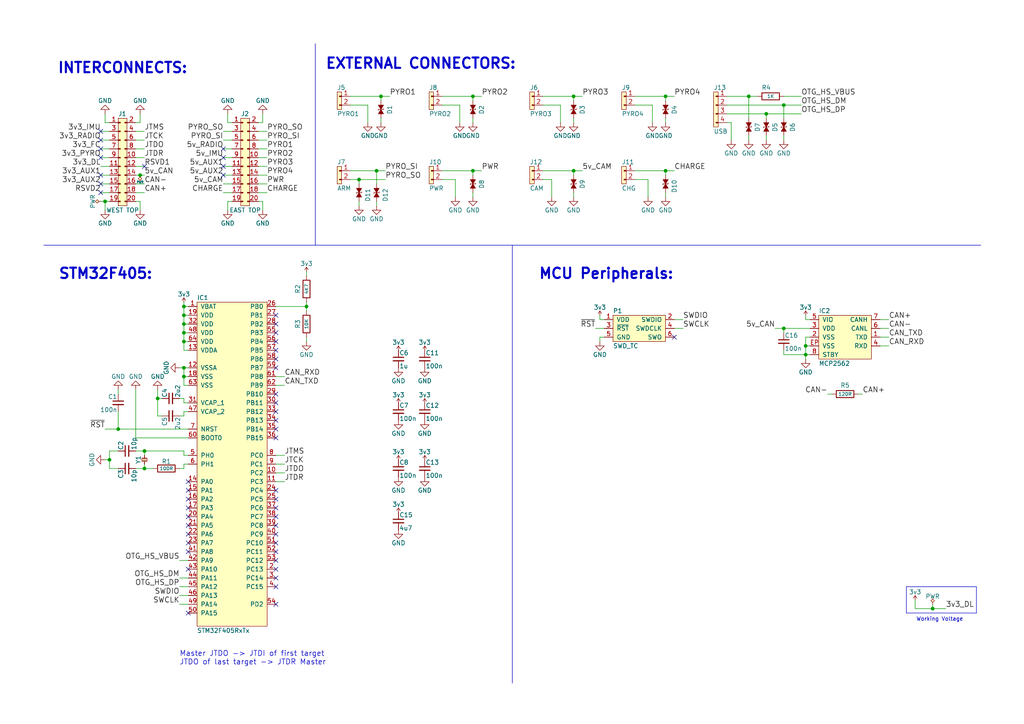
<source format=kicad_sch>
(kicad_sch (version 20230121) (generator eeschema)
  (paper "A4")
  (title_block (title "Martlet 3 Base") (date "2016-06-11") (rev "1") (company "Cambrudge University Space Flight") (comment 1 "Matt Coates"))
  (lib_symbols
    (symbol "base-rescue:3v3" (power) (pin_numbers hide) (pin_names (offset 1.016) hide)
      (property "Value" "3v3" (at 0 2.286 0))
      (symbol "3v3_1_1"
        (pin power_in line (at 0 0 180) (length 0) hide (name "3v3") (number "1"))
      )
    )
    (symbol "base-rescue:CONN_01x02" (pin_names (offset 0.0254) hide)
      (property "Reference" "J" (at -1.27 2.54 0))
      (property "Value" "CONN_01x02" (at -1.27 -5.08 0))
      (symbol "CONN_01x02_1_1"
        (pin passive line (at 2.54 0 180) (length 2.54) (name "1") (number "1"))
        (pin passive line (at 2.54 -2.54 180) (length 2.54) (name "2") (number "2"))
      )
    )
    (symbol "base-rescue:CONN_01x04" (pin_names (offset 0.0254) hide)
      (property "Reference" "J" (at -1.27 2.54 0))
      (property "Value" "CONN_01x04" (at -1.27 -10.16 0))
      (symbol "CONN_01x04_1_1"
        (pin passive line (at 2.54 0 180) (length 2.54) (name "1") (number "1"))
        (pin passive line (at 2.54 -2.54 180) (length 2.54) (name "2") (number "2"))
        (pin passive line (at 2.54 -5.08 180) (length 2.54) (name "3") (number "3"))
        (pin passive line (at 2.54 -7.62 180) (length 2.54) (name "4") (number "4"))
      )
    )
    (symbol "base-rescue:CONN_02x10" (pin_names (offset 0.0254) hide)
      (property "Reference" "J" (at -2.54 2.54 0))
      (property "Value" "CONN_02x10" (at -2.54 -25.4 0))
      (symbol "CONN_02x10_1_1"
        (pin passive line (at -5.08 0 0) (length 2.54) (name "1") (number "1"))
        (pin passive line (at 2.54 -10.16 180) (length 2.54) (name "10") (number "10"))
        (pin passive line (at -5.08 -12.7 0) (length 2.54) (name "11") (number "11"))
        (pin passive line (at 2.54 -12.7 180) (length 2.54) (name "12") (number "12"))
        (pin passive line (at -5.08 -15.24 0) (length 2.54) (name "13") (number "13"))
        (pin passive line (at 2.54 -15.24 180) (length 2.54) (name "14") (number "14"))
        (pin passive line (at -5.08 -17.78 0) (length 2.54) (name "15") (number "15"))
        (pin passive line (at 2.54 -17.78 180) (length 2.54) (name "16") (number "16"))
        (pin passive line (at -5.08 -20.32 0) (length 2.54) (name "17") (number "17"))
        (pin passive line (at 2.54 -20.32 180) (length 2.54) (name "18") (number "18"))
        (pin passive line (at -5.08 -22.86 0) (length 2.54) (name "19") (number "19"))
        (pin passive line (at 2.54 0 180) (length 2.54) (name "2") (number "2"))
        (pin passive line (at 2.54 -22.86 180) (length 2.54) (name "20") (number "20"))
        (pin passive line (at -5.08 -2.54 0) (length 2.54) (name "3") (number "3"))
        (pin passive line (at 2.54 -2.54 180) (length 2.54) (name "4") (number "4"))
        (pin passive line (at -5.08 -5.08 0) (length 2.54) (name "5") (number "5"))
        (pin passive line (at 2.54 -5.08 180) (length 2.54) (name "6") (number "6"))
        (pin passive line (at -5.08 -7.62 0) (length 2.54) (name "7") (number "7"))
        (pin passive line (at 2.54 -7.62 180) (length 2.54) (name "8") (number "8"))
        (pin passive line (at -5.08 -10.16 0) (length 2.54) (name "9") (number "9"))
      )
    )
    (symbol "base-rescue:C_Small" (pin_numbers hide) (pin_names (offset 0.254) hide)
      (property "Reference" "C" (at 0.254 1.778 0))
      (property "Value" "C_Small" (at 0.254 -2.032 0))
      (symbol "C_Small_1_1"
        (pin passive line (at 0 2.54 270) (length 1.905) (name "~") (number "1"))
        (pin passive line (at 0 -2.54 90) (length 2.032) (name "~") (number "2"))
      )
    )
    (symbol "base-rescue:ESD_DIODE" (pin_numbers hide) (pin_names (offset 0) hide)
      (property "Reference" "D" (at -1.27 2.54 0))
      (symbol "ESD_DIODE_1_1"
        (pin passive line (at -2.54 0 0) (length 1.27) (name "1") (number "1"))
        (pin passive line (at 2.54 0 180) (length 1.27) (name "2") (number "2"))
      )
    )
    (symbol "base-rescue:GND" (power) (pin_names (offset 0))
      (property "Value" "GND" (at 0 -3.81 0))
      (symbol "GND_1_1"
        (pin power_in line (at 0 0 270) (length 0) hide (name "GND") (number "1"))
      )
    )
    (symbol "base-rescue:MCP2562" (pin_names (offset 1.016))
      (property "Reference" "IC" (at -7.62 7.62 0))
      (property "Value" "MCP2562" (at -7.62 -7.62 0))
      (symbol "MCP2562_0_0"
        (pin input line (at 10.16 0 180) (length 2.54) (name "TXD") (number "1"))
        (pin power_in line (at -10.16 0 0) (length 2.54) (name "VSS") (number "2"))
        (pin power_in line (at -10.16 2.54 0) (length 2.54) (name "VDD") (number "3"))
        (pin output line (at 10.16 -2.54 180) (length 2.54) (name "RXD") (number "4"))
        (pin power_in line (at -10.16 5.08 0) (length 2.54) (name "VIO") (number "5"))
        (pin tri_state line (at 10.16 2.54 180) (length 2.54) (name "CANL") (number "6"))
        (pin tri_state line (at 10.16 5.08 180) (length 2.54) (name "CANH") (number "7"))
        (pin input line (at -10.16 -5.08 0) (length 2.54) (name "STBY") (number "8"))
        (pin power_in line (at -10.16 -2.54 0) (length 2.54) (name "VSS") (number "EP"))
      )
    )
    (symbol "base-rescue:PWR" (power) (pin_numbers hide) (pin_names (offset 1.016) hide)
      (property "Value" "PWR" (at 0 2.286 0))
      (symbol "PWR_1_1"
        (pin power_out line (at 0 0 90) (length 0.508) (name "pwr") (number "1"))
      )
    )
    (symbol "base-rescue:R" (pin_numbers hide) (pin_names (offset 0))
      (property "Reference" "R" (at 2.032 0 90))
      (property "Value" "R" (at 0 0 90))
      (symbol "R_1_1"
        (pin passive line (at 0 3.81 270) (length 1.27) (name "~") (number "1"))
        (pin passive line (at 0 -3.81 90) (length 1.27) (name "~") (number "2"))
      )
    )
    (symbol "base-rescue:STM32F405RxTx" (pin_names (offset 1.016))
      (property "Reference" "IC" (at -10.16 48.26 0))
      (property "Value" "STM32F405RxTx" (at -10.16 -48.26 0))
      (symbol "STM32F405RxTx_0_0"
        (pin power_in line (at -12.7 45.72 0) (length 2.54) (name "VBAT") (number "1"))
        (pin bidirectional line (at 12.7 -2.54 180) (length 2.54) (name "PC2") (number "10"))
        (pin bidirectional line (at 12.7 -5.08 180) (length 2.54) (name "PC3") (number "11"))
        (pin power_in line (at -12.7 27.94 0) (length 2.54) (name "VSSA") (number "12"))
        (pin power_in line (at -12.7 33.02 0) (length 2.54) (name "VDDA") (number "13"))
        (pin bidirectional line (at -12.7 -5.08 0) (length 2.54) (name "PA0") (number "14"))
        (pin bidirectional line (at -12.7 -7.62 0) (length 2.54) (name "PA1") (number "15"))
        (pin bidirectional line (at -12.7 -10.16 0) (length 2.54) (name "PA2") (number "16"))
        (pin bidirectional line (at -12.7 -12.7 0) (length 2.54) (name "PA3") (number "17"))
        (pin power_in line (at -12.7 25.4 0) (length 2.54) (name "VSS") (number "18"))
        (pin power_in line (at -12.7 43.18 0) (length 2.54) (name "VDD") (number "19"))
        (pin bidirectional line (at 12.7 -30.48 180) (length 2.54) (name "PC13") (number "2"))
        (pin bidirectional line (at -12.7 -15.24 0) (length 2.54) (name "PA4") (number "20"))
        (pin bidirectional line (at -12.7 -17.78 0) (length 2.54) (name "PA5") (number "21"))
        (pin bidirectional line (at -12.7 -20.32 0) (length 2.54) (name "PA6") (number "22"))
        (pin bidirectional line (at -12.7 -22.86 0) (length 2.54) (name "PA7") (number "23"))
        (pin bidirectional line (at 12.7 -7.62 180) (length 2.54) (name "PC4") (number "24"))
        (pin bidirectional line (at 12.7 -10.16 180) (length 2.54) (name "PC5") (number "25"))
        (pin bidirectional line (at 12.7 45.72 180) (length 2.54) (name "PB0") (number "26"))
        (pin bidirectional line (at 12.7 43.18 180) (length 2.54) (name "PB1") (number "27"))
        (pin bidirectional line (at 12.7 40.64 180) (length 2.54) (name "PB2") (number "28"))
        (pin bidirectional line (at 12.7 20.32 180) (length 2.54) (name "PB10") (number "29"))
        (pin bidirectional line (at 12.7 -33.02 180) (length 2.54) (name "PC14") (number "3"))
        (pin bidirectional line (at 12.7 17.78 180) (length 2.54) (name "PB11") (number "30"))
        (pin passive line (at -12.7 17.78 0) (length 2.54) (name "VCAP_1") (number "31"))
        (pin power_in line (at -12.7 40.64 0) (length 2.54) (name "VDD") (number "32"))
        (pin bidirectional line (at 12.7 15.24 180) (length 2.54) (name "PB12") (number "33"))
        (pin bidirectional line (at 12.7 12.7 180) (length 2.54) (name "PB13") (number "34"))
        (pin bidirectional line (at 12.7 10.16 180) (length 2.54) (name "PB14") (number "35"))
        (pin bidirectional line (at 12.7 7.62 180) (length 2.54) (name "PB15") (number "36"))
        (pin bidirectional line (at 12.7 -12.7 180) (length 2.54) (name "PC6") (number "37"))
        (pin bidirectional line (at 12.7 -15.24 180) (length 2.54) (name "PC7") (number "38"))
        (pin bidirectional line (at 12.7 -17.78 180) (length 2.54) (name "PC8") (number "39"))
        (pin bidirectional line (at 12.7 -35.56 180) (length 2.54) (name "PC15") (number "4"))
        (pin bidirectional line (at 12.7 -20.32 180) (length 2.54) (name "PC9") (number "40"))
        (pin bidirectional line (at -12.7 -25.4 0) (length 2.54) (name "PA8") (number "41"))
        (pin bidirectional line (at -12.7 -27.94 0) (length 2.54) (name "PA9") (number "42"))
        (pin bidirectional line (at -12.7 -30.48 0) (length 2.54) (name "PA10") (number "43"))
        (pin bidirectional line (at -12.7 -33.02 0) (length 2.54) (name "PA11") (number "44"))
        (pin bidirectional line (at -12.7 -35.56 0) (length 2.54) (name "PA12") (number "45"))
        (pin bidirectional line (at -12.7 -38.1 0) (length 2.54) (name "PA13") (number "46"))
        (pin passive line (at -12.7 15.24 0) (length 2.54) (name "VCAP_2") (number "47"))
        (pin power_in line (at -12.7 38.1 0) (length 2.54) (name "VDD") (number "48"))
        (pin bidirectional line (at -12.7 -40.64 0) (length 2.54) (name "PA14") (number "49"))
        (pin bidirectional line (at -12.7 2.54 0) (length 2.54) (name "PH0") (number "5"))
        (pin bidirectional line (at -12.7 -43.18 0) (length 2.54) (name "PA15") (number "50"))
        (pin bidirectional line (at 12.7 -22.86 180) (length 2.54) (name "PC10") (number "51"))
        (pin bidirectional line (at 12.7 -25.4 180) (length 2.54) (name "PC11") (number "52"))
        (pin bidirectional line (at 12.7 -27.94 180) (length 2.54) (name "PC12") (number "53"))
        (pin bidirectional line (at 12.7 -40.64 180) (length 2.54) (name "PD2") (number "54"))
        (pin bidirectional line (at 12.7 38.1 180) (length 2.54) (name "PB3") (number "55"))
        (pin bidirectional line (at 12.7 35.56 180) (length 2.54) (name "PB4") (number "56"))
        (pin bidirectional line (at 12.7 33.02 180) (length 2.54) (name "PB5") (number "57"))
        (pin bidirectional line (at 12.7 30.48 180) (length 2.54) (name "PB6") (number "58"))
        (pin bidirectional line (at 12.7 27.94 180) (length 2.54) (name "PB7") (number "59"))
        (pin bidirectional line (at -12.7 0 0) (length 2.54) (name "PH1") (number "6"))
        (pin input line (at -12.7 7.62 0) (length 2.54) (name "BOOT0") (number "60"))
        (pin bidirectional line (at 12.7 25.4 180) (length 2.54) (name "PB8") (number "61"))
        (pin bidirectional line (at 12.7 22.86 180) (length 2.54) (name "PB9") (number "62"))
        (pin power_in line (at -12.7 22.86 0) (length 2.54) (name "VSS") (number "63"))
        (pin power_in line (at -12.7 35.56 0) (length 2.54) (name "VDD") (number "64"))
        (pin input line (at -12.7 10.16 0) (length 2.54) (name "NRST") (number "7"))
        (pin bidirectional line (at 12.7 2.54 180) (length 2.54) (name "PC0") (number "8"))
        (pin bidirectional line (at 12.7 0 180) (length 2.54) (name "PC1") (number "9"))
      )
    )
    (symbol "base-rescue:SWD_TC" (pin_names (offset 1.016))
      (property "Reference" "P" (at -7.62 5.08 0))
      (property "Value" "SWD_TC" (at -7.62 -5.08 0))
      (symbol "SWD_TC_1_1"
        (pin power_in line (at -10.16 2.54 0) (length 2.54) (name "VDD") (number "1"))
        (pin bidirectional line (at 10.16 2.54 180) (length 2.54) (name "SWDIO") (number "2"))
        (pin output line (at -10.16 0 0) (length 2.54) (name "~{RST}") (number "3"))
        (pin output line (at 10.16 0 180) (length 2.54) (name "SWDCLK") (number "4"))
        (pin power_in line (at -10.16 -2.54 0) (length 2.54) (name "GND") (number "5"))
        (pin input line (at 10.16 -2.54 180) (length 2.54) (name "SWO") (number "6"))
      )
    )
    (symbol "base-rescue:XTAL" (pin_numbers hide) (pin_names (offset 1.016) hide)
      (property "Reference" "Y" (at 1.27 1.778 0))
      (property "Value" "XTAL" (at 1.27 -1.778 0))
      (symbol "XTAL_1_1"
        (pin passive line (at 0 0 0) (length 0.762) (name "~") (number "1"))
        (pin passive line (at 2.54 0 180) (length 0.762) (name "~") (number "2"))
      )
    )
  )
  (junction (at 40.64 50.8))
  (junction (at 227.33 30.48))
  (junction (at 53.34 99.06))
  (junction (at 30.48 58.42))
  (junction (at 53.34 106.68))
  (junction (at 34.29 124.46))
  (junction (at 45.72 115.57))
  (junction (at 53.34 93.98))
  (junction (at 233.68 100.33))
  (junction (at 166.37 49.53))
  (junction (at 227.33 95.25))
  (junction (at 104.14 52.07))
  (junction (at 53.34 88.9))
  (junction (at 31.75 133.35))
  (junction (at 137.16 49.53))
  (junction (at 53.34 91.44))
  (junction (at 137.16 27.94))
  (junction (at 110.49 27.94))
  (junction (at 222.25 33.02))
  (junction (at 88.9 88.9))
  (junction (at 41.91 130.81))
  (junction (at 193.04 27.94))
  (junction (at 53.34 109.22))
  (junction (at 166.37 27.94))
  (junction (at 217.17 27.94))
  (junction (at 270.51 176.53))
  (junction (at 233.68 102.87))
  (junction (at 53.34 96.52))
  (junction (at 109.22 49.53))
  (junction (at 41.91 135.89))
  (junction (at 193.04 49.53))
  (no_connect (at 80.01 121.92))
  (no_connect (at 80.01 96.52))
  (no_connect (at 29.21 53.34))
  (no_connect (at 29.21 40.64))
  (no_connect (at 80.01 116.84))
  (no_connect (at 80.01 142.24))
  (no_connect (at 54.61 152.4))
  (no_connect (at 80.01 149.86))
  (no_connect (at 64.77 50.8))
  (no_connect (at 80.01 165.1))
  (no_connect (at 80.01 147.32))
  (no_connect (at 80.01 106.68))
  (no_connect (at 80.01 175.26))
  (no_connect (at 41.91 48.26))
  (no_connect (at 29.21 38.1))
  (no_connect (at 80.01 119.38))
  (no_connect (at 80.01 162.56))
  (no_connect (at 64.77 43.18))
  (no_connect (at 80.01 160.02))
  (no_connect (at 54.61 142.24))
  (no_connect (at 54.61 177.8))
  (no_connect (at 80.01 124.46))
  (no_connect (at 64.77 48.26))
  (no_connect (at 54.61 147.32))
  (no_connect (at 29.21 50.8))
  (no_connect (at 80.01 127))
  (no_connect (at 80.01 104.14))
  (no_connect (at 54.61 154.94))
  (no_connect (at 80.01 114.3))
  (no_connect (at 54.61 165.1))
  (no_connect (at 54.61 144.78))
  (no_connect (at 29.21 45.72))
  (no_connect (at 80.01 144.78))
  (no_connect (at 80.01 154.94))
  (no_connect (at 54.61 139.7))
  (no_connect (at 64.77 45.72))
  (no_connect (at 80.01 91.44))
  (no_connect (at 80.01 170.18))
  (no_connect (at 195.58 97.79))
  (no_connect (at 80.01 101.6))
  (no_connect (at 80.01 152.4))
  (no_connect (at 80.01 167.64))
  (no_connect (at 80.01 157.48))
  (no_connect (at 29.21 55.88))
  (no_connect (at 80.01 93.98))
  (no_connect (at 29.21 43.18))
  (no_connect (at 80.01 99.06))
  (no_connect (at 54.61 160.02))
  (no_connect (at 54.61 157.48))
  (no_connect (at 54.61 149.86))
  (wire (pts (xy 54.61 96.52) (xy 53.34 96.52)))
  (wire (pts (xy 133.35 30.48) (xy 128.27 30.48)))
  (wire (pts (xy 232.41 27.94) (xy 227.33 27.94)))
  (wire (pts (xy 255.27 92.71) (xy 257.81 92.71)))
  (polyline (pts (xy 12.7 71.12) (xy 284.48 71.12)))
  (wire (pts (xy 54.61 172.72) (xy 52.07 172.72)))
  (wire (pts (xy 76.2 35.56) (xy 74.93 35.56)))
  (wire (pts (xy 193.04 49.53) (xy 195.58 49.53)))
  (wire (pts (xy 40.64 50.8) (xy 41.91 50.8)))
  (wire (pts (xy 160.02 52.07) (xy 160.02 57.15)))
  (wire (pts (xy 80.01 109.22) (xy 82.55 109.22)))
  (wire (pts (xy 128.27 27.94) (xy 137.16 27.94)))
  (wire (pts (xy 31.75 130.81) (xy 31.75 133.35)))
  (wire (pts (xy 109.22 59.69) (xy 109.22 58.42)))
  (wire (pts (xy 31.75 133.35) (xy 31.75 135.89)))
  (wire (pts (xy 222.25 39.37) (xy 222.25 40.64)))
  (wire (pts (xy 53.34 101.6) (xy 53.34 99.06)))
  (wire (pts (xy 270.51 175.26) (xy 270.51 176.53)))
  (wire (pts (xy 66.04 58.42) (xy 66.04 60.96)))
  (wire (pts (xy 30.48 33.02) (xy 30.48 35.56)))
  (wire (pts (xy 137.16 27.94) (xy 139.7 27.94)))
  (wire (pts (xy 39.37 45.72) (xy 41.91 45.72)))
  (wire (pts (xy 54.61 93.98) (xy 53.34 93.98)))
  (wire (pts (xy 233.68 92.71) (xy 233.68 91.44)))
  (wire (pts (xy 166.37 27.94) (xy 168.91 27.94)))
  (wire (pts (xy 217.17 27.94) (xy 219.71 27.94)))
  (wire (pts (xy 110.49 27.94) (xy 113.03 27.94)))
  (polyline (pts (xy 283.21 170.18) (xy 262.89 170.18)))
  (wire (pts (xy 109.22 53.34) (xy 109.22 49.53)))
  (wire (pts (xy 227.33 34.29) (xy 227.33 30.48)))
  (wire (pts (xy 255.27 95.25) (xy 257.81 95.25)))
  (wire (pts (xy 234.95 92.71) (xy 233.68 92.71)))
  (wire (pts (xy 162.56 30.48) (xy 162.56 35.56)))
  (wire (pts (xy 137.16 35.56) (xy 137.16 34.29)))
  (wire (pts (xy 41.91 134.62) (xy 41.91 135.89)))
  (wire (pts (xy 217.17 39.37) (xy 217.17 40.64)))
  (wire (pts (xy 193.04 27.94) (xy 195.58 27.94)))
  (polyline (pts (xy 148.59 71.12) (xy 148.59 198.12)))
  (wire (pts (xy 184.15 27.94) (xy 193.04 27.94)))
  (wire (pts (xy 166.37 57.15) (xy 166.37 55.88)))
  (wire (pts (xy 40.64 35.56) (xy 39.37 35.56)))
  (wire (pts (xy 30.48 58.42) (xy 31.75 58.42)))
  (wire (pts (xy 74.93 48.26) (xy 77.47 48.26)))
  (wire (pts (xy 166.37 29.21) (xy 166.37 27.94)))
  (wire (pts (xy 39.37 53.34) (xy 41.91 53.34)))
  (wire (pts (xy 137.16 57.15) (xy 137.16 55.88)))
  (wire (pts (xy 53.34 130.81) (xy 53.34 132.08)))
  (polyline (pts (xy 262.89 177.8) (xy 283.21 177.8)))
  (wire (pts (xy 224.79 95.25) (xy 227.33 95.25)))
  (wire (pts (xy 67.31 53.34) (xy 64.77 53.34)))
  (wire (pts (xy 39.37 55.88) (xy 41.91 55.88)))
  (wire (pts (xy 77.47 53.34) (xy 74.93 53.34)))
  (wire (pts (xy 157.48 49.53) (xy 166.37 49.53)))
  (wire (pts (xy 54.61 99.06) (xy 53.34 99.06)))
  (wire (pts (xy 184.15 52.07) (xy 187.96 52.07)))
  (wire (pts (xy 53.34 106.68) (xy 54.61 106.68)))
  (wire (pts (xy 54.61 119.38) (xy 53.34 119.38)))
  (wire (pts (xy 31.75 130.81) (xy 34.29 130.81)))
  (wire (pts (xy 189.23 30.48) (xy 189.23 35.56)))
  (wire (pts (xy 53.34 115.57) (xy 52.07 115.57)))
  (wire (pts (xy 29.21 53.34) (xy 31.75 53.34)))
  (wire (pts (xy 137.16 50.8) (xy 137.16 49.53)))
  (wire (pts (xy 101.6 27.94) (xy 110.49 27.94)))
  (wire (pts (xy 39.37 38.1) (xy 41.91 38.1)))
  (wire (pts (xy 132.08 57.15) (xy 132.08 52.07)))
  (wire (pts (xy 210.82 27.94) (xy 217.17 27.94)))
  (wire (pts (xy 54.61 170.18) (xy 52.07 170.18)))
  (wire (pts (xy 31.75 55.88) (xy 29.21 55.88)))
  (wire (pts (xy 74.93 38.1) (xy 77.47 38.1)))
  (wire (pts (xy 39.37 50.8) (xy 40.64 50.8)))
  (wire (pts (xy 53.34 109.22) (xy 53.34 106.68)))
  (wire (pts (xy 132.08 52.07) (xy 128.27 52.07)))
  (wire (pts (xy 76.2 58.42) (xy 76.2 60.96)))
  (wire (pts (xy 76.2 33.02) (xy 76.2 35.56)))
  (wire (pts (xy 227.33 39.37) (xy 227.33 40.64)))
  (wire (pts (xy 64.77 40.64) (xy 67.31 40.64)))
  (wire (pts (xy 39.37 43.18) (xy 41.91 43.18)))
  (wire (pts (xy 53.34 93.98) (xy 53.34 91.44)))
  (wire (pts (xy 173.99 97.79) (xy 173.99 99.06)))
  (wire (pts (xy 45.72 115.57) (xy 46.99 115.57)))
  (wire (pts (xy 52.07 135.89) (xy 53.34 135.89)))
  (wire (pts (xy 128.27 49.53) (xy 137.16 49.53)))
  (wire (pts (xy 234.95 97.79) (xy 233.68 97.79)))
  (wire (pts (xy 173.99 97.79) (xy 175.26 97.79)))
  (wire (pts (xy 101.6 49.53) (xy 109.22 49.53)))
  (wire (pts (xy 210.82 30.48) (xy 227.33 30.48)))
  (wire (pts (xy 53.34 99.06) (xy 53.34 96.52)))
  (wire (pts (xy 255.27 97.79) (xy 257.81 97.79)))
  (wire (pts (xy 31.75 133.35) (xy 30.48 133.35)))
  (wire (pts (xy 137.16 29.21) (xy 137.16 27.94)))
  (wire (pts (xy 74.93 50.8) (xy 77.47 50.8)))
  (wire (pts (xy 30.48 35.56) (xy 31.75 35.56)))
  (wire (pts (xy 30.48 58.42) (xy 30.48 60.96)))
  (wire (pts (xy 54.61 91.44) (xy 53.34 91.44)))
  (wire (pts (xy 77.47 40.64) (xy 74.93 40.64)))
  (wire (pts (xy 39.37 127) (xy 54.61 127)))
  (wire (pts (xy 187.96 52.07) (xy 187.96 57.15)))
  (wire (pts (xy 39.37 135.89) (xy 41.91 135.89)))
  (wire (pts (xy 227.33 95.25) (xy 234.95 95.25)))
  (wire (pts (xy 270.51 176.53) (xy 274.32 176.53)))
  (wire (pts (xy 54.61 167.64) (xy 52.07 167.64)))
  (wire (pts (xy 54.61 111.76) (xy 53.34 111.76)))
  (wire (pts (xy 31.75 43.18) (xy 29.21 43.18)))
  (wire (pts (xy 166.37 35.56) (xy 166.37 34.29)))
  (wire (pts (xy 34.29 124.46) (xy 54.61 124.46)))
  (wire (pts (xy 39.37 130.81) (xy 41.91 130.81)))
  (wire (pts (xy 88.9 99.06) (xy 88.9 97.79)))
  (wire (pts (xy 39.37 40.64) (xy 41.91 40.64)))
  (wire (pts (xy 34.29 114.3) (xy 34.29 113.03)))
  (wire (pts (xy 54.61 116.84) (xy 53.34 116.84)))
  (wire (pts (xy 255.27 100.33) (xy 257.81 100.33)))
  (wire (pts (xy 80.01 132.08) (xy 82.55 132.08)))
  (wire (pts (xy 104.14 52.07) (xy 111.76 52.07)))
  (wire (pts (xy 80.01 134.62) (xy 82.55 134.62)))
  (wire (pts (xy 31.75 45.72) (xy 29.21 45.72)))
  (wire (pts (xy 233.68 97.79) (xy 233.68 100.33)))
  (wire (pts (xy 45.72 115.57) (xy 45.72 120.65)))
  (wire (pts (xy 222.25 33.02) (xy 232.41 33.02)))
  (wire (pts (xy 88.9 78.74) (xy 88.9 80.01)))
  (wire (pts (xy 110.49 35.56) (xy 110.49 34.29)))
  (wire (pts (xy 45.72 113.03) (xy 45.72 115.57)))
  (wire (pts (xy 217.17 27.94) (xy 217.17 34.29)))
  (wire (pts (xy 53.34 111.76) (xy 53.34 109.22)))
  (wire (pts (xy 29.21 58.42) (xy 30.48 58.42)))
  (wire (pts (xy 248.92 114.3) (xy 250.19 114.3)))
  (wire (pts (xy 233.68 102.87) (xy 234.95 102.87)))
  (wire (pts (xy 222.25 34.29) (xy 222.25 33.02)))
  (wire (pts (xy 80.01 139.7) (xy 82.55 139.7)))
  (wire (pts (xy 67.31 48.26) (xy 64.77 48.26)))
  (wire (pts (xy 40.64 58.42) (xy 40.64 60.96)))
  (wire (pts (xy 106.68 30.48) (xy 101.6 30.48)))
  (wire (pts (xy 31.75 50.8) (xy 29.21 50.8)))
  (wire (pts (xy 53.34 132.08) (xy 54.61 132.08)))
  (wire (pts (xy 31.75 48.26) (xy 29.21 48.26)))
  (wire (pts (xy 241.3 114.3) (xy 240.03 114.3)))
  (wire (pts (xy 67.31 58.42) (xy 66.04 58.42)))
  (wire (pts (xy 193.04 50.8) (xy 193.04 49.53)))
  (polyline (pts (xy 283.21 177.8) (xy 283.21 170.18)))
  (wire (pts (xy 110.49 29.21) (xy 110.49 27.94)))
  (wire (pts (xy 265.43 176.53) (xy 270.51 176.53)))
  (wire (pts (xy 31.75 38.1) (xy 29.21 38.1)))
  (wire (pts (xy 74.93 55.88) (xy 77.47 55.88)))
  (wire (pts (xy 77.47 45.72) (xy 74.93 45.72)))
  (wire (pts (xy 74.93 58.42) (xy 76.2 58.42)))
  (wire (pts (xy 227.33 30.48) (xy 232.41 30.48)))
  (wire (pts (xy 175.26 95.25) (xy 172.72 95.25)))
  (wire (pts (xy 195.58 95.25) (xy 198.12 95.25)))
  (wire (pts (xy 195.58 92.71) (xy 198.12 92.71)))
  (wire (pts (xy 53.34 88.9) (xy 54.61 88.9)))
  (wire (pts (xy 104.14 59.69) (xy 104.14 58.42)))
  (wire (pts (xy 265.43 173.99) (xy 265.43 176.53)))
  (wire (pts (xy 67.31 38.1) (xy 64.77 38.1)))
  (wire (pts (xy 166.37 50.8) (xy 166.37 49.53)))
  (wire (pts (xy 53.34 134.62) (xy 54.61 134.62)))
  (wire (pts (xy 53.34 91.44) (xy 53.34 88.9)))
  (wire (pts (xy 193.04 57.15) (xy 193.04 55.88)))
  (wire (pts (xy 52.07 106.68) (xy 53.34 106.68)))
  (wire (pts (xy 173.99 92.71) (xy 175.26 92.71)))
  (wire (pts (xy 233.68 100.33) (xy 233.68 102.87)))
  (wire (pts (xy 31.75 135.89) (xy 34.29 135.89)))
  (wire (pts (xy 74.93 43.18) (xy 77.47 43.18)))
  (wire (pts (xy 41.91 130.81) (xy 53.34 130.81)))
  (wire (pts (xy 39.37 48.26) (xy 41.91 48.26)))
  (wire (pts (xy 104.14 53.34) (xy 104.14 52.07)))
  (wire (pts (xy 106.68 30.48) (xy 106.68 35.56)))
  (wire (pts (xy 53.34 88.9) (xy 53.34 87.63)))
  (wire (pts (xy 133.35 30.48) (xy 133.35 35.56)))
  (wire (pts (xy 101.6 52.07) (xy 104.14 52.07)))
  (polyline (pts (xy 91.44 71.12) (xy 91.44 12.7)))
  (wire (pts (xy 80.01 111.76) (xy 82.55 111.76)))
  (wire (pts (xy 53.34 135.89) (xy 53.34 134.62)))
  (wire (pts (xy 212.09 35.56) (xy 212.09 40.64)))
  (wire (pts (xy 40.64 33.02) (xy 40.64 35.56)))
  (wire (pts (xy 210.82 35.56) (xy 212.09 35.56)))
  (wire (pts (xy 157.48 30.48) (xy 162.56 30.48)))
  (wire (pts (xy 45.72 120.65) (xy 46.99 120.65)))
  (wire (pts (xy 210.82 33.02) (xy 222.25 33.02)))
  (wire (pts (xy 184.15 30.48) (xy 189.23 30.48)))
  (wire (pts (xy 64.77 50.8) (xy 67.31 50.8)))
  (wire (pts (xy 53.34 119.38) (xy 53.34 120.65)))
  (wire (pts (xy 41.91 130.81) (xy 41.91 132.08)))
  (wire (pts (xy 64.77 55.88) (xy 67.31 55.88)))
  (wire (pts (xy 66.04 35.56) (xy 67.31 35.56)))
  (wire (pts (xy 31.75 40.64) (xy 29.21 40.64)))
  (wire (pts (xy 30.48 124.46) (xy 34.29 124.46)))
  (wire (pts (xy 53.34 116.84) (xy 53.34 115.57)))
  (wire (pts (xy 41.91 135.89) (xy 44.45 135.89)))
  (wire (pts (xy 54.61 175.26) (xy 52.07 175.26)))
  (wire (pts (xy 54.61 162.56) (xy 52.07 162.56)))
  (wire (pts (xy 88.9 90.17) (xy 88.9 88.9)))
  (wire (pts (xy 137.16 49.53) (xy 139.7 49.53)))
  (wire (pts (xy 53.34 96.52) (xy 53.34 93.98)))
  (wire (pts (xy 80.01 88.9) (xy 88.9 88.9)))
  (wire (pts (xy 157.48 27.94) (xy 166.37 27.94)))
  (wire (pts (xy 88.9 88.9) (xy 88.9 87.63)))
  (wire (pts (xy 227.33 95.25) (xy 227.33 96.52)))
  (wire (pts (xy 64.77 45.72) (xy 67.31 45.72)))
  (wire (pts (xy 67.31 43.18) (xy 64.77 43.18)))
  (wire (pts (xy 54.61 101.6) (xy 53.34 101.6)))
  (wire (pts (xy 166.37 49.53) (xy 168.91 49.53)))
  (wire (pts (xy 193.04 35.56) (xy 193.04 34.29)))
  (wire (pts (xy 39.37 58.42) (xy 40.64 58.42)))
  (wire (pts (xy 109.22 49.53) (xy 111.76 49.53)))
  (wire (pts (xy 234.95 100.33) (xy 233.68 100.33)))
  (wire (pts (xy 184.15 49.53) (xy 193.04 49.53)))
  (wire (pts (xy 54.61 109.22) (xy 53.34 109.22)))
  (wire (pts (xy 39.37 113.03) (xy 39.37 127)))
  (wire (pts (xy 80.01 137.16) (xy 82.55 137.16)))
  (wire (pts (xy 227.33 101.6) (xy 227.33 102.87)))
  (wire (pts (xy 157.48 52.07) (xy 160.02 52.07)))
  (wire (pts (xy 193.04 29.21) (xy 193.04 27.94)))
  (wire (pts (xy 233.68 102.87) (xy 233.68 104.14)))
  (wire (pts (xy 53.34 120.65) (xy 52.07 120.65)))
  (wire (pts (xy 66.04 33.02) (xy 66.04 35.56)))
  (wire (pts (xy 227.33 102.87) (xy 233.68 102.87)))
  (wire (pts (xy 173.99 91.44) (xy 173.99 92.71)))
  (wire (pts (xy 34.29 124.46) (xy 34.29 119.38)))
  (polyline (pts (xy 262.89 170.18) (xy 262.89 177.8)))
  (text "STM32F405:" (at 44.45 81.28 0) (effects (font (size 2.9972 2.9972) (thickness 0.5994) bold) (justify right bottom)))
  (text "INTERCONNECTS:" (at 54.61 21.59 0) (effects (font (size 2.9972 2.9972) (thickness 0.5994) bold) (justify right bottom)))
  (text "MCU Peripherals:" (at 195.58 81.28 0) (effects (font (size 2.9972 2.9972) (thickness 0.5994) bold) (justify right bottom)))
  (text "EXTERNAL CONNECTORS:" (at 149.86 20.32 0) (effects (font (size 2.9972 2.9972) (thickness 0.5994) bold) (justify right bottom)))
  (text "Master JTDO -> JTDI of first target\nJTDO of last target -> JTDR Master" (at 52.07 193.04 0) (effects (font (size 1.524 1.524)) (justify left bottom)))
  (text "Working Voltage" (at 279.4 180.34 0) (effects (font (size 1.1176 1.1176)) (justify right bottom)))
  (label "SWCLK" (at 52.07 175.26 180) (effects (font (size 1.524 1.524))))
  (label "5v_RADIO" (at 64.77 43.18 180) (effects (font (size 1.524 1.524))))
  (label "5v_AUX2" (at 64.77 50.8 180) (effects (font (size 1.524 1.524))))
  (label "CHARGE" (at 64.77 55.88 180) (effects (font (size 1.524 1.524))))
  (label "3v3_PYRO" (at 29.21 45.72 180) (effects (font (size 1.524 1.524))))
  (label "CAN-" (at 41.91 53.34 0) (effects (font (size 1.524 1.524))))
  (label "OTG_HS_VBUS" (at 232.41 27.94 0) (effects (font (size 1.524 1.524))))
  (label "JTCK" (at 41.91 40.64 0) (effects (font (size 1.524 1.524))))
  (label "5v_IMU" (at 64.77 45.72 180) (effects (font (size 1.524 1.524))))
  (label "JTDO" (at 82.55 137.16 0) (effects (font (size 1.524 1.524))))
  (label "3v3_FC" (at 29.21 43.18 180) (effects (font (size 1.524 1.524))))
  (label "PYRO_SO" (at 77.47 38.1 0) (effects (font (size 1.524 1.524))))
  (label "3v3_AUX1" (at 29.21 50.8 180) (effects (font (size 1.524 1.524))))
  (label "5v_CAN" (at 224.79 95.25 180) (effects (font (size 1.524 1.524))))
  (label "3v3_IMU" (at 29.21 38.1 180) (effects (font (size 1.524 1.524))))
  (label "PWR" (at 139.7 49.53 0) (effects (font (size 1.524 1.524))))
  (label "PYRO4" (at 77.47 50.8 0) (effects (font (size 1.524 1.524))))
  (label "CAN_RXD" (at 82.55 109.22 0) (effects (font (size 1.524 1.524))))
  (label "JTCK" (at 82.55 134.62 0) (effects (font (size 1.524 1.524))))
  (label "PYRO_SO" (at 64.77 38.1 180) (effects (font (size 1.524 1.524))))
  (label "CAN_TXD" (at 82.55 111.76 0) (effects (font (size 1.524 1.524))))
  (label "SWDIO" (at 52.07 172.72 180) (effects (font (size 1.524 1.524))))
  (label "RSVD2" (at 29.21 55.88 180) (effects (font (size 1.524 1.524))))
  (label "RSVD1" (at 41.91 48.26 0) (effects (font (size 1.524 1.524))))
  (label "SWDIO" (at 198.12 92.71 0) (effects (font (size 1.524 1.524))))
  (label "CAN+" (at 250.19 114.3 0) (effects (font (size 1.524 1.524))))
  (label "JTMS" (at 82.55 132.08 0) (effects (font (size 1.524 1.524))))
  (label "PYRO1" (at 77.47 43.18 0) (effects (font (size 1.524 1.524))))
  (label "OTG_HS_DM" (at 52.07 167.64 180) (effects (font (size 1.524 1.524))))
  (label "OTG_HS_DP" (at 52.07 170.18 180) (effects (font (size 1.524 1.524))))
  (label "3v3_DL" (at 29.21 48.26 180) (effects (font (size 1.524 1.524))))
  (label "PYRO_SO" (at 111.76 52.07 0) (effects (font (size 1.524 1.524))))
  (label "OTG_HS_VBUS" (at 52.07 162.56 180) (effects (font (size 1.524 1.524))))
  (label "PYRO4" (at 195.58 27.94 0) (effects (font (size 1.524 1.524))))
  (label "CHARGE" (at 77.47 55.88 0) (effects (font (size 1.524 1.524))))
  (label "OTG_HS_DM" (at 232.41 30.48 0) (effects (font (size 1.524 1.524))))
  (label "CAN+" (at 257.81 92.71 0) (effects (font (size 1.524 1.524))))
  (label "~{RST}" (at 30.48 124.46 180) (effects (font (size 1.524 1.524))))
  (label "5v_CAM" (at 64.77 53.34 180) (effects (font (size 1.524 1.524))))
  (label "5v_CAM" (at 168.91 49.53 0) (effects (font (size 1.524 1.524))))
  (label "JTDR" (at 82.55 139.7 0) (effects (font (size 1.524 1.524))))
  (label "PWR" (at 77.47 53.34 0) (effects (font (size 1.524 1.524))))
  (label "PYRO1" (at 113.03 27.94 0) (effects (font (size 1.524 1.524))))
  (label "CAN-" (at 257.81 95.25 0) (effects (font (size 1.524 1.524))))
  (label "~{RST}" (at 172.72 95.25 180) (effects (font (size 1.524 1.524))))
  (label "5v_AUX1" (at 64.77 48.26 180) (effects (font (size 1.524 1.524))))
  (label "JTDR" (at 41.91 45.72 0) (effects (font (size 1.524 1.524))))
  (label "PYRO3" (at 168.91 27.94 0) (effects (font (size 1.524 1.524))))
  (label "JTMS" (at 41.91 38.1 0) (effects (font (size 1.524 1.524))))
  (label "3v3_AUX2" (at 29.21 53.34 180) (effects (font (size 1.524 1.524))))
  (label "PYRO2" (at 139.7 27.94 0) (effects (font (size 1.524 1.524))))
  (label "CAN-" (at 240.03 114.3 180) (effects (font (size 1.524 1.524))))
  (label "PYRO_SI" (at 111.76 49.53 0) (effects (font (size 1.524 1.524))))
  (label "CAN+" (at 41.91 55.88 0) (effects (font (size 1.524 1.524))))
  (label "JTDO" (at 41.91 43.18 0) (effects (font (size 1.524 1.524))))
  (label "PYRO3" (at 77.47 48.26 0) (effects (font (size 1.524 1.524))))
  (label "PYRO_SI" (at 77.47 40.64 0) (effects (font (size 1.524 1.524))))
  (label "3v3_RADIO" (at 29.21 40.64 180) (effects (font (size 1.524 1.524))))
  (label "OTG_HS_DP" (at 232.41 33.02 0) (effects (font (size 1.524 1.524))))
  (label "PYRO_SI" (at 64.77 40.64 180) (effects (font (size 1.524 1.524))))
  (label "5v_CAN" (at 41.91 50.8 0) (effects (font (size 1.524 1.524))))
  (label "PYRO2" (at 77.47 45.72 0) (effects (font (size 1.524 1.524))))
  (label "3v3_DL" (at 274.32 176.53 0) (effects (font (size 1.524 1.524))))
  (label "CAN_TXD" (at 257.81 97.79 0) (effects (font (size 1.524 1.524))))
  (label "SWCLK" (at 198.12 95.25 0) (effects (font (size 1.524 1.524))))
  (label "CHARGE" (at 195.58 49.53 0) (effects (font (size 1.524 1.524))))
  (label "CAN_RXD" (at 257.81 100.33 0) (effects (font (size 1.524 1.524))))
  (symbol (lib_id "base-rescue:CONN_02x10") (at 72.39 35.56 0) (unit 1)
    (property "Reference" "J2" (at 69.85 33.02 0) (effects (justify left)))
    (property "Value" "EAST TOP" (at 71.12 60.96 0))
    (property "Footprint" "agg:TFML-110-02-L-D" (effects hide))
  )
  (symbol (lib_id "base-rescue:MCP2562") (at 245.11 97.79 0) (unit 1)
    (property "Reference" "IC2" (at 237.49 90.17 0) (effects (justify left)))
    (property "Value" "MCP2562" (at 237.49 105.41 0) (effects (justify left)))
    (property "Footprint" "agg:DFN-8-EP-MICROCHIP" (effects hide))
    (property "Datasheet" "http://ww1.microchip.com/downloads/en/DeviceDoc/20005167C.pdf" (effects hide))
    (property "Farnell" "2448755" (effects hide))
  )
  (symbol (lib_id "base-rescue:3v3") (at 233.68 91.44 0) (unit 1)
    (property "Reference" "#PWR01" (effects hide))
    (property "Value" "3v3" (at 233.68 89.154 0))
  )
  (symbol (lib_id "base-rescue:SWD_TC") (at 185.42 95.25 0) (unit 1)
    (property "Reference" "P1" (at 177.8 90.17 0) (effects (justify left)))
    (property "Value" "SWD_TC" (at 177.8 100.33 0) (effects (justify left)))
    (property "Footprint" "agg:TC2030-NL" (effects hide))
  )
  (symbol (lib_id "base-rescue:3v3") (at 173.99 91.44 0) (unit 1)
    (property "Reference" "#PWR02" (effects hide))
    (property "Value" "3v3" (at 173.99 89.154 0))
  )
  (symbol (lib_id "base-rescue:CONN_02x10") (at 36.83 35.56 0) (unit 1)
    (property "Reference" "J1" (at 34.29 33.02 0) (effects (justify left)))
    (property "Value" "WEST TOP" (at 35.56 60.96 0))
    (property "Footprint" "agg:TFML-110-02-L-D" (effects hide))
  )
  (symbol (lib_id "base-rescue:GND") (at 76.2 60.96 0) (unit 1)
    (property "Reference" "#PWR03" (effects hide))
    (property "Value" "GND" (at 76.2 64.77 0))
  )
  (symbol (lib_id "base-rescue:GND") (at 66.04 60.96 0) (unit 1)
    (property "Reference" "#PWR04" (effects hide))
    (property "Value" "GND" (at 66.04 64.77 0))
  )
  (symbol (lib_id "base-rescue:GND") (at 40.64 60.96 0) (unit 1)
    (property "Reference" "#PWR05" (effects hide))
    (property "Value" "GND" (at 40.64 64.77 0))
  )
  (symbol (lib_id "base-rescue:GND") (at 30.48 60.96 0) (unit 1)
    (property "Reference" "#PWR06" (effects hide))
    (property "Value" "GND" (at 30.48 64.77 0))
  )
  (symbol (lib_id "base-rescue:GND") (at 30.48 33.02 180) (unit 1)
    (property "Reference" "#PWR07" (effects hide))
    (property "Value" "GND" (at 30.48 29.21 0))
  )
  (symbol (lib_id "base-rescue:GND") (at 40.64 33.02 180) (unit 1)
    (property "Reference" "#PWR08" (effects hide))
    (property "Value" "GND" (at 40.64 29.21 0))
  )
  (symbol (lib_id "base-rescue:GND") (at 66.04 33.02 180) (unit 1)
    (property "Reference" "#PWR09" (effects hide))
    (property "Value" "GND" (at 66.04 29.21 0))
  )
  (symbol (lib_id "base-rescue:GND") (at 76.2 33.02 180) (unit 1)
    (property "Reference" "#PWR010" (effects hide))
    (property "Value" "GND" (at 76.2 29.21 0))
  )
  (symbol (lib_id "base-rescue:GND") (at 173.99 99.06 0) (unit 1)
    (property "Reference" "#PWR011" (effects hide))
    (property "Value" "GND" (at 173.99 102.87 0))
  )
  (symbol (lib_id "base-rescue:C_Small") (at 227.33 99.06 0) (unit 1)
    (property "Reference" "C16" (at 227.584 97.282 0) (effects (justify left)))
    (property "Value" "100n" (at 227.584 101.092 0) (effects (justify left)))
    (property "Footprint" "Capacitors_SMD:C_0603" (effects hide))
    (property "Farnell" "2496834" (effects hide))
  )
  (symbol (lib_id "base-rescue:GND") (at 233.68 104.14 0) (unit 1)
    (property "Reference" "#PWR012" (effects hide))
    (property "Value" "GND" (at 233.68 107.95 0))
  )
  (symbol (lib_id "base-rescue:3v3") (at 265.43 173.99 0) (unit 1)
    (property "Reference" "#PWR013" (effects hide))
    (property "Value" "3v3" (at 265.43 171.704 0))
  )
  (symbol (lib_id "base-rescue:GND") (at 45.72 113.03 180) (unit 1)
    (property "Reference" "#PWR014" (effects hide))
    (property "Value" "GND" (at 45.72 109.22 0))
  )
  (symbol (lib_id "base-rescue:C_Small") (at 49.53 115.57 90) (unit 1)
    (property "Reference" "C4" (at 47.752 115.316 0) (effects (justify left)))
    (property "Value" "2u2" (at 51.562 115.316 0) (effects (justify left)))
    (property "Footprint" "Capacitors_SMD:C_0603" (effects hide))
    (property "Farnell" "1797012" (effects hide))
  )
  (symbol (lib_id "base-rescue:C_Small") (at 49.53 120.65 90) (mirror x) (unit 1)
    (property "Reference" "C5" (at 47.752 120.904 0) (effects (justify left)))
    (property "Value" "2u2" (at 51.562 120.904 0) (effects (justify left)))
    (property "Footprint" "Capacitors_SMD:C_0603" (effects hide))
    (property "Farnell" "1797012" (effects hide))
  )
  (symbol (lib_id "base-rescue:GND") (at 39.37 113.03 180) (unit 1)
    (property "Reference" "#PWR015" (effects hide))
    (property "Value" "GND" (at 39.37 109.22 0))
  )
  (symbol (lib_id "base-rescue:XTAL") (at 41.91 134.62 90) (unit 1)
    (property "Reference" "Y1" (at 40.132 133.35 0))
    (property "Value" "26MHz" (effects hide))
    (property "Footprint" "agg:XTAL-20x16" (effects hide))
    (property "Farnell" "2506952" (effects hide))
  )
  (symbol (lib_id "base-rescue:R") (at 48.26 135.89 90) (unit 1)
    (property "Reference" "R1" (at 48.26 133.858 90))
    (property "Value" "100R" (at 48.26 135.89 90) (effects (font (size 0.9906 0.9906))))
    (property "Footprint" "Resistors_SMD:R_0603" (effects hide))
    (property "Farnell" "2502395" (effects hide))
  )
  (symbol (lib_id "base-rescue:C_Small") (at 36.83 130.81 90) (unit 1)
    (property "Reference" "C2" (at 35.052 130.556 0) (effects (justify left)))
    (property "Value" "10p" (at 38.862 130.556 0) (effects (justify left)))
    (property "Footprint" "Capacitors_SMD:C_0603" (effects hide))
    (property "Farnell" "2309035" (effects hide))
  )
  (symbol (lib_id "base-rescue:C_Small") (at 36.83 135.89 90) (mirror x) (unit 1)
    (property "Reference" "C3" (at 35.052 136.144 0) (effects (justify left)))
    (property "Value" "10p" (at 38.862 136.144 0) (effects (justify left)))
    (property "Footprint" "Capacitors_SMD:C_0603" (effects hide))
    (property "Farnell" "2309035" (effects hide))
  )
  (symbol (lib_id "base-rescue:GND") (at 30.48 133.35 270) (unit 1)
    (property "Reference" "#PWR016" (effects hide))
    (property "Value" "GND" (at 26.67 133.35 0))
  )
  (symbol (lib_id "base-rescue:C_Small") (at 34.29 116.84 0) (mirror y) (unit 1)
    (property "Reference" "C1" (at 34.036 115.062 0) (effects (justify left)))
    (property "Value" "100n" (at 34.036 118.872 0) (effects (justify left)))
    (property "Footprint" "Capacitors_SMD:C_0603" (effects hide))
    (property "Farnell" "2496834" (effects hide))
  )
  (symbol (lib_id "base-rescue:GND") (at 34.29 113.03 180) (unit 1)
    (property "Reference" "#PWR017" (effects hide))
    (property "Value" "GND" (at 34.29 109.22 0))
  )
  (symbol (lib_id "base-rescue:C_Small") (at 115.57 104.14 0) (unit 1)
    (property "Reference" "C6" (at 115.824 102.362 0) (effects (justify left)))
    (property "Value" "1u" (at 115.824 106.172 0) (effects (justify left)))
    (property "Footprint" "Capacitors_SMD:C_0603" (effects hide))
    (property "Farnell" "1865556" (effects hide))
  )
  (symbol (lib_id "base-rescue:3v3") (at 115.57 101.6 0) (unit 1)
    (property "Reference" "#PWR018" (effects hide))
    (property "Value" "3v3" (at 115.57 99.314 0))
  )
  (symbol (lib_id "base-rescue:GND") (at 115.57 106.68 0) (unit 1)
    (property "Reference" "#PWR019" (effects hide))
    (property "Value" "GND" (at 115.57 110.49 0))
  )
  (symbol (lib_id "base-rescue:C_Small") (at 123.19 104.14 0) (unit 1)
    (property "Reference" "C11" (at 123.444 102.362 0) (effects (justify left)))
    (property "Value" "100n" (at 123.444 106.172 0) (effects (justify left)))
    (property "Footprint" "Capacitors_SMD:C_0603" (effects hide))
    (property "Farnell" "2496834" (effects hide))
  )
  (symbol (lib_id "base-rescue:3v3") (at 123.19 101.6 0) (unit 1)
    (property "Reference" "#PWR020" (effects hide))
    (property "Value" "3v3" (at 123.19 99.314 0))
  )
  (symbol (lib_id "base-rescue:GND") (at 123.19 106.68 0) (unit 1)
    (property "Reference" "#PWR021" (effects hide))
    (property "Value" "GND" (at 123.19 110.49 0))
  )
  (symbol (lib_id "base-rescue:C_Small") (at 115.57 119.38 0) (unit 1)
    (property "Reference" "C7" (at 115.824 117.602 0) (effects (justify left)))
    (property "Value" "100n" (at 115.824 121.412 0) (effects (justify left)))
    (property "Footprint" "Capacitors_SMD:C_0603" (effects hide))
    (property "Farnell" "2496834" (effects hide))
  )
  (symbol (lib_id "base-rescue:3v3") (at 115.57 116.84 0) (unit 1)
    (property "Reference" "#PWR022" (effects hide))
    (property "Value" "3v3" (at 115.57 114.554 0))
  )
  (symbol (lib_id "base-rescue:GND") (at 115.57 121.92 0) (unit 1)
    (property "Reference" "#PWR023" (effects hide))
    (property "Value" "GND" (at 115.57 125.73 0))
  )
  (symbol (lib_id "base-rescue:C_Small") (at 115.57 135.89 0) (unit 1)
    (property "Reference" "C8" (at 115.824 134.112 0) (effects (justify left)))
    (property "Value" "100n" (at 115.824 137.922 0) (effects (justify left)))
    (property "Footprint" "Capacitors_SMD:C_0603" (effects hide))
    (property "Farnell" "2496834" (effects hide))
  )
  (symbol (lib_id "base-rescue:3v3") (at 115.57 133.35 0) (unit 1)
    (property "Reference" "#PWR024" (effects hide))
    (property "Value" "3v3" (at 115.57 131.064 0))
  )
  (symbol (lib_id "base-rescue:GND") (at 115.57 138.43 0) (unit 1)
    (property "Reference" "#PWR025" (effects hide))
    (property "Value" "GND" (at 115.57 142.24 0))
  )
  (symbol (lib_id "base-rescue:C_Small") (at 123.19 119.38 0) (unit 1)
    (property "Reference" "C12" (at 123.444 117.602 0) (effects (justify left)))
    (property "Value" "100n" (at 123.444 121.412 0) (effects (justify left)))
    (property "Footprint" "Capacitors_SMD:C_0603" (effects hide))
    (property "Farnell" "2496834" (effects hide))
  )
  (symbol (lib_id "base-rescue:3v3") (at 123.19 116.84 0) (unit 1)
    (property "Reference" "#PWR026" (effects hide))
    (property "Value" "3v3" (at 123.19 114.554 0))
  )
  (symbol (lib_id "base-rescue:GND") (at 123.19 121.92 0) (unit 1)
    (property "Reference" "#PWR027" (effects hide))
    (property "Value" "GND" (at 123.19 125.73 0))
  )
  (symbol (lib_id "base-rescue:C_Small") (at 123.19 135.89 0) (unit 1)
    (property "Reference" "C13" (at 123.444 134.112 0) (effects (justify left)))
    (property "Value" "100n" (at 123.444 137.922 0) (effects (justify left)))
    (property "Footprint" "Capacitors_SMD:C_0603" (effects hide))
    (property "Farnell" "2496834" (effects hide))
  )
  (symbol (lib_id "base-rescue:3v3") (at 123.19 133.35 0) (unit 1)
    (property "Reference" "#PWR028" (effects hide))
    (property "Value" "3v3" (at 123.19 131.064 0))
  )
  (symbol (lib_id "base-rescue:GND") (at 123.19 138.43 0) (unit 1)
    (property "Reference" "#PWR029" (effects hide))
    (property "Value" "GND" (at 123.19 142.24 0))
  )
  (symbol (lib_id "base-rescue:C_Small") (at 115.57 151.13 0) (unit 1)
    (property "Reference" "C15" (at 115.824 149.352 0) (effects (justify left)))
    (property "Value" "4u7" (at 115.824 153.162 0) (effects (justify left)))
    (property "Footprint" "Capacitors_SMD:C_0603" (effects hide))
    (property "Farnell" "2496930" (effects hide))
  )
  (symbol (lib_id "base-rescue:3v3") (at 115.57 148.59 0) (unit 1)
    (property "Reference" "#PWR030" (effects hide))
    (property "Value" "3v3" (at 115.57 146.304 0))
  )
  (symbol (lib_id "base-rescue:GND") (at 115.57 153.67 0) (unit 1)
    (property "Reference" "#PWR031" (effects hide))
    (property "Value" "GND" (at 115.57 157.48 0))
  )
  (symbol (lib_id "base-rescue:STM32F405RxTx") (at 67.31 134.62 0) (unit 1)
    (property "Reference" "IC1" (at 57.15 86.36 0) (effects (justify left)))
    (property "Value" "STM32F405RxTx" (at 57.15 182.88 0) (effects (justify left)))
    (property "Footprint" "agg:LQFP-64" (effects hide))
    (property "Datasheet" "http://www.st.com/st-web-ui/static/active/en/resource/technical/document/datasheet/DM00037051.pdf" (effects hide))
    (property "Farnell" "2064363" (effects hide))
  )
  (symbol (lib_id "base-rescue:GND") (at 52.07 106.68 270) (unit 1)
    (property "Reference" "#PWR032" (effects hide))
    (property "Value" "GND" (at 48.26 106.68 0))
  )
  (symbol (lib_id "base-rescue:3v3") (at 53.34 87.63 0) (unit 1)
    (property "Reference" "#PWR033" (effects hide))
    (property "Value" "3v3" (at 53.34 85.344 0))
  )
  (symbol (lib_id "base-rescue:CONN_01x02") (at 99.06 27.94 0) (unit 1)
    (property "Reference" "J5" (at 97.79 25.4 0) (effects (justify left)))
    (property "Value" "PYRO1" (at 97.79 33.02 0) (effects (justify left)))
    (property "Footprint" "agg:B02B-PASK" (effects hide))
    (property "Farnell" "1830734" (effects hide))
  )
  (symbol (lib_id "base-rescue:CONN_01x02") (at 154.94 27.94 0) (unit 1)
    (property "Reference" "J6" (at 153.67 25.4 0) (effects (justify left)))
    (property "Value" "PYRO3" (at 153.67 33.02 0) (effects (justify left)))
    (property "Footprint" "agg:B02B-PASK" (effects hide))
    (property "Farnell" "1830734" (effects hide))
  )
  (symbol (lib_id "base-rescue:CONN_01x02") (at 125.73 27.94 0) (unit 1)
    (property "Reference" "J8" (at 124.46 25.4 0) (effects (justify left)))
    (property "Value" "PYRO2" (at 124.46 33.02 0) (effects (justify left)))
    (property "Footprint" "agg:B02B-PASK" (effects hide))
    (property "Farnell" "1830734" (effects hide))
  )
  (symbol (lib_id "base-rescue:CONN_01x02") (at 181.61 27.94 0) (unit 1)
    (property "Reference" "J9" (at 180.34 25.4 0) (effects (justify left)))
    (property "Value" "PYRO4" (at 180.34 33.02 0) (effects (justify left)))
    (property "Footprint" "agg:B02B-PASK" (effects hide))
    (property "Farnell" "1830734" (effects hide))
  )
  (symbol (lib_id "base-rescue:CONN_01x04") (at 208.28 27.94 0) (unit 1)
    (property "Reference" "J13" (at 207.01 25.4 0) (effects (justify left)))
    (property "Value" "USB" (at 207.01 38.1 0) (effects (justify left)))
    (property "Footprint" "agg:B04B-PASK" (effects hide))
    (property "Farnell" "1830737" (effects hide))
  )
  (symbol (lib_id "base-rescue:CONN_01x02") (at 181.61 49.53 0) (unit 1)
    (property "Reference" "J11" (at 180.34 46.99 0) (effects (justify left)))
    (property "Value" "CHG" (at 180.34 54.61 0) (effects (justify left)))
    (property "Footprint" "agg:B02B-PASK" (effects hide))
    (property "Farnell" "1830734" (effects hide))
  )
  (symbol (lib_id "base-rescue:R") (at 223.52 27.94 90) (unit 1)
    (property "Reference" "R4" (at 222.25 25.4 90))
    (property "Value" "1K" (at 223.52 27.94 90) (effects (font (size 0.9906 0.9906))))
    (property "Footprint" "Resistors_SMD:R_0603" (effects hide))
    (property "Farnell" "2309108" (effects hide))
  )
  (symbol (lib_id "base-rescue:GND") (at 212.09 40.64 0) (unit 1)
    (property "Reference" "#PWR034" (effects hide))
    (property "Value" "GND" (at 212.09 44.45 0))
  )
  (symbol (lib_id "base-rescue:GND") (at 189.23 35.56 0) (unit 1)
    (property "Reference" "#PWR035" (effects hide))
    (property "Value" "GND" (at 189.23 39.37 0))
  )
  (symbol (lib_id "base-rescue:GND") (at 162.56 35.56 0) (unit 1)
    (property "Reference" "#PWR036" (effects hide))
    (property "Value" "GND" (at 162.56 39.37 0))
  )
  (symbol (lib_id "base-rescue:GND") (at 106.68 35.56 0) (unit 1)
    (property "Reference" "#PWR037" (effects hide))
    (property "Value" "GND" (at 106.68 39.37 0))
  )
  (symbol (lib_id "base-rescue:GND") (at 133.35 35.56 0) (unit 1)
    (property "Reference" "#PWR038" (effects hide))
    (property "Value" "GND" (at 133.35 39.37 0))
  )
  (symbol (lib_id "base-rescue:GND") (at 187.96 57.15 0) (unit 1)
    (property "Reference" "#PWR039" (effects hide))
    (property "Value" "GND" (at 187.96 60.96 0))
  )
  (symbol (lib_id "base-rescue:R") (at 245.11 114.3 90) (unit 1)
    (property "Reference" "R5" (at 245.11 111.76 90))
    (property "Value" "120R" (at 245.11 114.3 90) (effects (font (size 0.9906 0.9906))))
    (property "Footprint" "Resistors_SMD:R_0603" (effects hide))
    (property "Farnell" "9238379" (effects hide))
  )
  (symbol (lib_id "base-rescue:CONN_01x02") (at 99.06 49.53 0) (unit 1)
    (property "Reference" "J7" (at 97.79 46.99 0) (effects (justify left)))
    (property "Value" "ARM" (at 97.79 54.61 0) (effects (justify left)))
    (property "Footprint" "agg:B02B-PASK" (effects hide))
    (property "Farnell" "1830734" (effects hide))
  )
  (symbol (lib_id "base-rescue:CONN_01x02") (at 125.73 49.53 0) (unit 1)
    (property "Reference" "J10" (at 124.46 46.99 0) (effects (justify left)))
    (property "Value" "PWR" (at 124.46 54.61 0) (effects (justify left)))
    (property "Footprint" "agg:B02B-PASK" (effects hide))
    (property "Farnell" "1830734" (effects hide))
  )
  (symbol (lib_id "base-rescue:GND") (at 132.08 57.15 0) (unit 1)
    (property "Reference" "#PWR042" (effects hide))
    (property "Value" "GND" (at 132.08 60.96 0))
  )
  (symbol (lib_id "base-rescue:CONN_01x02") (at 154.94 49.53 0) (unit 1)
    (property "Reference" "J12" (at 153.67 46.99 0) (effects (justify left)))
    (property "Value" "CAM" (at 153.67 54.61 0) (effects (justify left)))
    (property "Footprint" "agg:B02B-PASK" (effects hide))
    (property "Farnell" "1830734" (effects hide))
  )
  (symbol (lib_id "base-rescue:GND") (at 160.02 57.15 0) (unit 1)
    (property "Reference" "#PWR043" (effects hide))
    (property "Value" "GND" (at 160.02 60.96 0))
  )
  (symbol (lib_id "base-rescue:R") (at 88.9 83.82 180) (unit 1)
    (property "Reference" "R2" (at 86.36 83.82 90))
    (property "Value" "4K7" (at 88.9 83.82 90) (effects (font (size 0.9906 0.9906))))
    (property "Footprint" "Resistors_SMD:R_0603" (effects hide))
    (property "Farnell" "2502463" (effects hide))
  )
  (symbol (lib_id "base-rescue:R") (at 88.9 93.98 180) (unit 1)
    (property "Reference" "R3" (at 86.36 93.98 90))
    (property "Value" "10K" (at 88.9 93.98 90) (effects (font (size 0.9906 0.9906))))
    (property "Footprint" "Resistors_SMD:R_0603" (effects hide))
    (property "Farnell" "9238603" (effects hide))
  )
  (symbol (lib_id "base-rescue:3v3") (at 88.9 78.74 0) (unit 1)
    (property "Reference" "#PWR040" (effects hide))
    (property "Value" "3v3" (at 88.9 76.454 0))
  )
  (symbol (lib_id "base-rescue:GND") (at 88.9 99.06 0) (unit 1)
    (property "Reference" "#PWR041" (effects hide))
    (property "Value" "GND" (at 88.9 102.87 0))
  )
  (symbol (lib_id "base-rescue:PWR") (at 270.51 175.26 0) (unit 1)
    (property "Reference" "#FLG044" (effects hide))
    (property "Value" "PWR" (at 270.51 172.974 0))
  )
  (symbol (lib_id "base-rescue:PWR") (at 29.21 58.42 90) (unit 1)
    (property "Reference" "#FLG045" (effects hide))
    (property "Value" "PWR" (at 26.924 58.42 0))
  )
  (symbol (lib_id "base-rescue:PWR") (at 40.64 50.8 180) (unit 1)
    (property "Reference" "#FLG046" (effects hide))
    (property "Value" "PWR" (at 40.64 52.8066 0) (effects (font (size 0.6096 0.6096))))
  )
  (symbol (lib_id "base-rescue:ESD_DIODE") (at 110.49 31.75 270) (unit 1)
    (property "Reference" "D1" (at 113.03 30.48 0) (effects (justify left)))
    (property "Value" "ESD_DIODE" (effects hide))
    (property "Footprint" "agg:0402" (effects hide))
    (property "Farnell" "2368169" (effects hide))
  )
  (symbol (lib_id "base-rescue:GND") (at 110.49 35.56 0) (unit 1)
    (property "Reference" "#PWR047" (effects hide))
    (property "Value" "GND" (at 110.49 39.37 0))
  )
  (symbol (lib_id "base-rescue:ESD_DIODE") (at 137.16 31.75 270) (unit 1)
    (property "Reference" "D2" (at 139.7 30.48 0) (effects (justify left)))
    (property "Value" "ESD_DIODE" (effects hide))
    (property "Footprint" "agg:0402" (effects hide))
    (property "Farnell" "2368169" (effects hide))
  )
  (symbol (lib_id "base-rescue:GND") (at 137.16 35.56 0) (unit 1)
    (property "Reference" "#PWR048" (effects hide))
    (property "Value" "GND" (at 137.16 39.37 0))
  )
  (symbol (lib_id "base-rescue:ESD_DIODE") (at 166.37 31.75 270) (unit 1)
    (property "Reference" "D3" (at 168.91 30.48 0) (effects (justify left)))
    (property "Value" "ESD_DIODE" (effects hide))
    (property "Footprint" "agg:0402" (effects hide))
    (property "Farnell" "2368169" (effects hide))
  )
  (symbol (lib_id "base-rescue:GND") (at 166.37 35.56 0) (unit 1)
    (property "Reference" "#PWR049" (effects hide))
    (property "Value" "GND" (at 166.37 39.37 0))
  )
  (symbol (lib_id "base-rescue:ESD_DIODE") (at 193.04 31.75 270) (unit 1)
    (property "Reference" "D4" (at 195.58 30.48 0) (effects (justify left)))
    (property "Value" "ESD_DIODE" (effects hide))
    (property "Footprint" "agg:0402" (effects hide))
    (property "Farnell" "2368169" (effects hide))
  )
  (symbol (lib_id "base-rescue:GND") (at 193.04 35.56 0) (unit 1)
    (property "Reference" "#PWR050" (effects hide))
    (property "Value" "GND" (at 193.04 39.37 0))
  )
  (symbol (lib_id "base-rescue:ESD_DIODE") (at 222.25 36.83 270) (unit 1)
    (property "Reference" "D5" (at 224.79 35.56 0) (effects (justify left)))
    (property "Value" "ESD_DIODE" (effects hide))
    (property "Footprint" "agg:0402" (effects hide))
    (property "Farnell" "2368169" (effects hide))
  )
  (symbol (lib_id "base-rescue:ESD_DIODE") (at 227.33 36.83 270) (unit 1)
    (property "Reference" "D6" (at 229.87 35.56 0) (effects (justify left)))
    (property "Value" "ESD_DIODE" (effects hide))
    (property "Footprint" "agg:0402" (effects hide))
    (property "Farnell" "2368169" (effects hide))
  )
  (symbol (lib_id "base-rescue:ESD_DIODE") (at 217.17 36.83 270) (unit 1)
    (property "Reference" "D7" (at 219.71 35.56 0) (effects (justify left)))
    (property "Value" "ESD_DIODE" (effects hide))
    (property "Footprint" "agg:0402" (effects hide))
    (property "Farnell" "2368169" (effects hide))
  )
  (symbol (lib_id "base-rescue:GND") (at 222.25 40.64 0) (unit 1)
    (property "Reference" "#PWR051" (effects hide))
    (property "Value" "GND" (at 222.25 44.45 0))
  )
  (symbol (lib_id "base-rescue:GND") (at 227.33 40.64 0) (unit 1)
    (property "Reference" "#PWR052" (effects hide))
    (property "Value" "GND" (at 227.33 44.45 0))
  )
  (symbol (lib_id "base-rescue:GND") (at 217.17 40.64 0) (unit 1)
    (property "Reference" "#PWR053" (effects hide))
    (property "Value" "GND" (at 217.17 44.45 0))
  )
  (symbol (lib_id "base-rescue:ESD_DIODE") (at 104.14 55.88 270) (unit 1)
    (property "Reference" "D11" (at 106.68 54.61 0) (effects (justify left)))
    (property "Value" "ESD_DIODE" (effects hide))
    (property "Footprint" "agg:0402" (effects hide))
    (property "Farnell" "2368169" (effects hide))
  )
  (symbol (lib_id "base-rescue:GND") (at 104.14 59.69 0) (unit 1)
    (property "Reference" "#PWR054" (effects hide))
    (property "Value" "GND" (at 104.14 63.5 0))
  )
  (symbol (lib_id "base-rescue:ESD_DIODE") (at 109.22 55.88 270) (unit 1)
    (property "Reference" "D12" (at 111.76 54.61 0) (effects (justify left)))
    (property "Value" "ESD_DIODE" (effects hide))
    (property "Footprint" "agg:0402" (effects hide))
    (property "Farnell" "2368169" (effects hide))
  )
  (symbol (lib_id "base-rescue:GND") (at 109.22 59.69 0) (unit 1)
    (property "Reference" "#PWR055" (effects hide))
    (property "Value" "GND" (at 109.22 63.5 0))
  )
  (symbol (lib_id "base-rescue:ESD_DIODE") (at 137.16 53.34 270) (unit 1)
    (property "Reference" "D8" (at 139.7 52.07 0) (effects (justify left)))
    (property "Value" "ESD_DIODE" (effects hide))
    (property "Footprint" "agg:0402" (effects hide))
    (property "Farnell" "2368169" (effects hide))
  )
  (symbol (lib_id "base-rescue:GND") (at 137.16 57.15 0) (unit 1)
    (property "Reference" "#PWR056" (effects hide))
    (property "Value" "GND" (at 137.16 60.96 0))
  )
  (symbol (lib_id "base-rescue:ESD_DIODE") (at 166.37 53.34 270) (unit 1)
    (property "Reference" "D9" (at 168.91 52.07 0) (effects (justify left)))
    (property "Value" "ESD_DIODE" (effects hide))
    (property "Footprint" "agg:0402" (effects hide))
    (property "Farnell" "2368169" (effects hide))
  )
  (symbol (lib_id "base-rescue:GND") (at 166.37 57.15 0) (unit 1)
    (property "Reference" "#PWR057" (effects hide))
    (property "Value" "GND" (at 166.37 60.96 0))
  )
  (symbol (lib_id "base-rescue:ESD_DIODE") (at 193.04 53.34 270) (unit 1)
    (property "Reference" "D10" (at 195.58 52.07 0) (effects (justify left)))
    (property "Value" "ESD_DIODE" (effects hide))
    (property "Footprint" "agg:0402" (effects hide))
    (property "Farnell" "2368169" (effects hide))
  )
  (symbol (lib_id "base-rescue:GND") (at 193.04 57.15 0) (unit 1)
    (property "Reference" "#PWR058" (effects hide))
    (property "Value" "GND" (at 193.04 60.96 0))
  )
)
</source>
